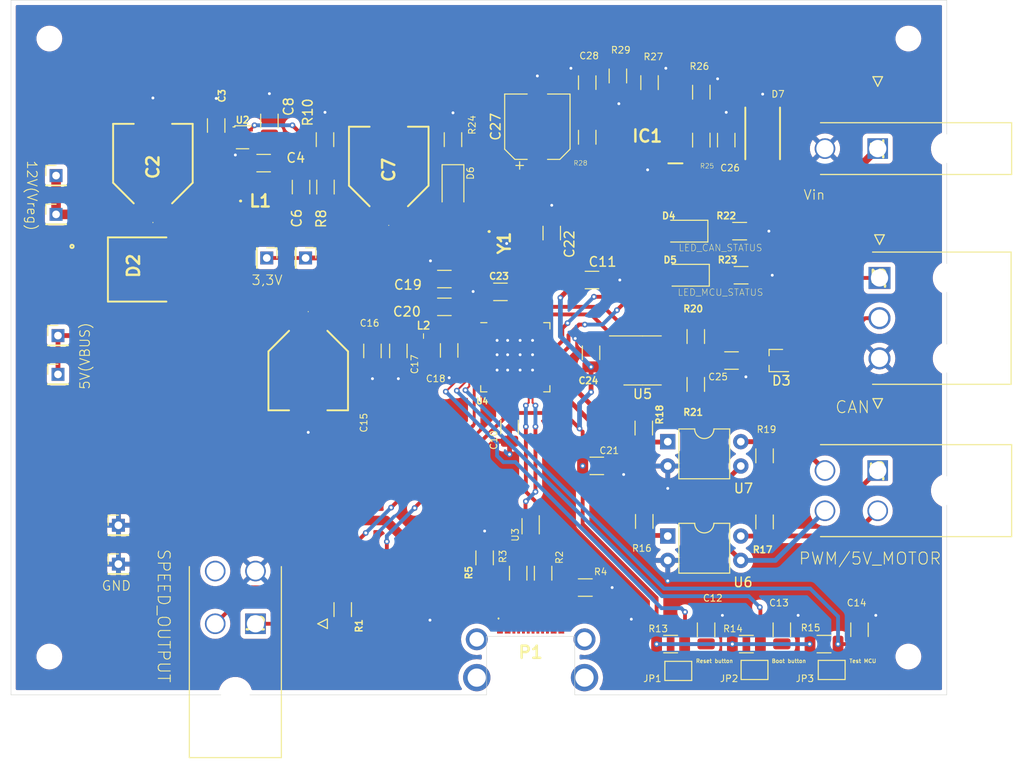
<source format=kicad_pcb>
(kicad_pcb (version 20221018) (generator pcbnew)
  (layers (0 "F.Cu" signal) (31 "B.Cu" signal) (34 "B.Paste" user) (35 "F.Paste" user) (36 "B.SilkS" user "B.Silkscreen") (37 "F.SilkS" user "F.Silkscreen") (38 "B.Mask" user) (39 "F.Mask" user) (44 "Edge.Cuts" user))
  (net 0 "")
  (net 1 "/Power /Vin")
  (net 2 "GND")
  (net 3 "Net-(U2-VIN)")
  (net 4 "Net-(U2-BST)")
  (net 5 "Net-(U2-SW)")
  (net 6 "+3.3V")
  (net 7 "Net-(U2-FB)")
  (net 8 "Net-(U2-SS)")
  (net 9 "/MCU/RESET")
  (net 10 "/MCU/BOOT")
  (net 11 "/MCU/MCU_TEST")
  (net 12 "VDD3P3")
  (net 13 "/MCU/XTAL_N")
  (net 14 "/MCU/XTAL_P")
  (net 15 "Net-(C25-Pad1)")
  (net 16 "/VBUS")
  (net 17 "Net-(D4-K)")
  (net 18 "/IO/LED_CAN_STATUS")
  (net 19 "Net-(D5-K)")
  (net 20 "/IO/LED_MCU_STATUS")
  (net 21 "Net-(D6-K)")
  (net 22 "Net-(J2-Pin_1)")
  (net 23 "Net-(P1-D-)")
  (net 24 "/MCU/USB_D-")
  (net 25 "Net-(P1-D+)")
  (net 26 "/MCU/USB_D+")
  (net 27 "Net-(P1-VCONN)")
  (net 28 "Net-(P1-CC)")
  (net 29 "/IO/PWM_MCU")
  (net 30 "Net-(R16-Pad2)")
  (net 31 "/IO/5V_MOTOR")
  (net 32 "/PWM_MOTOR")
  (net 33 "/IO/MOTOR_ON_OFF_MCU")
  (net 34 "Net-(R18-Pad2)")
  (net 35 "/MOTOR_ON_OFF")
  (net 41 "/MCU/SPEED_OUTPUT")
  (net 69 "/IO/CAN_RX")
  (net 70 "/IO/CAN_TX")
  (net 79 "/IO/GND_MOTOR")
  (net 80 "/IO/CANL")
  (net 81 "/IO/CANH")
  (net 82 "Net-(IC1-DVDT)")
  (net 83 "Net-(IC1-OVP)")
  (net 85 "Net-(IC1-IMON)")
  (net 86 "Net-(IC1-ILIM)")
  (net 87 "Net-(IC1-~{FLT})")
  (net 88 "/Vreg")
  (footprint "LED_SMD:LED_1206_3216Metric" (layer "F.Cu") (at 94.5 71.15 -90)
    (fp_text reference "D6")
    (fp_text value "LED")
  )
  (footprint "LED_SMD:LED_1206_3216Metric" (layer "F.Cu") (at 118.8 75.8 180)
    (fp_text reference "D4")
    (fp_text value "LED")
  )
  (footprint "Connector_Molex:39-30-102Y" (layer "F.Cu") (at 138.8 67.18425 90)
    (fp_text reference "J1")
    (fp_text value "Conn_01x02" hide)
  )
  (footprint "Capacitor_SMD:C_1206_3216Metric" (layer "F.Cu") (at 109.5 100.3)
    (fp_text reference "C21")
    (fp_text value "100n")
  )
  (footprint "Resistor_SMD:R_1206_3216Metric" (layer "F.Cu") (at 81.15 66.25 90)
    (fp_text reference "R10")
    (fp_text value "10k")
  )
  (footprint "Resistor_SMD:R_1206_3216Metric" (layer "F.Cu") (at 81.2 71.2 90)
    (fp_text reference "R8")
    (fp_text value "32k")
  )
  (footprint "Package_TO_SOT_SMD:SOT-323_SC-70" (layer "F.Cu") (at 128.2 89.305 180)
    (fp_text reference "D3")
    (fp_text value "SP0502BAJT")
  )
  (footprint "Package_TO_SOT_SMD:SOT-583-8" (layer "F.Cu") (at 72.55 66)
    (fp_text reference "U2")
    (fp_text value "TPS62933")
  )
  (footprint "Jumper:SolderJumper-2_P1.3mm_Open_Pad1.0x1.5mm" (layer "F.Cu") (at 125.95 121.6 180)
    (fp_text reference "JP2")
    (fp_text value "SolderJumper_2_Open")
  )
  (footprint "Capacitor_SMD:C_1206_3216Metric" (layer "F.Cu") (at 75.35 64.3 90)
    (fp_text reference "C8")
    (fp_text value "33n")
  )
  (footprint "Capacitor_SMD:C_1206_3216Metric" (layer "F.Cu") (at 108.9 88.495 90)
    (fp_text reference "C24")
    (fp_text value "100n")
  )
  (footprint "Capacitor_SMD:C_1206_3216Metric" (layer "F.Cu") (at 94.1 88.25 -90)
    (fp_text reference "C18")
    (fp_text value "100n")
  )
  (footprint "Resistor_SMD:R_1206_3216Metric" (layer "F.Cu") (at 94.5 66.25 90)
    (fp_text reference "R24")
    (fp_text value "1k")
  )
  (footprint "MountingHole:MountingHole_2.2mm_M2" (layer "F.Cu") (at 142 120.2)
    (fp_text reference "H4" hide)
    (fp_text value "MountingHole")
  )
  (footprint "Package_SO:SOIC-8_3.9x4.9mm_P1.27mm" (layer "F.Cu") (at 114.275 89.295)
    (fp_text reference "U5")
    (fp_text value "SN65HVD232")
  )
  (footprint "Capacitor_SMD:C_1206_3216Metric" (layer "F.Cu") (at 74.75 68.7 180)
    (fp_text reference "C4")
    (fp_text value "100n")
  )
  (footprint "Crystal:KC3225K400000C1GE00" (layer "F.Cu") (at 100.125 77.0375 -90)
    (fp_text reference "Y1")
    (fp_text value "Crystal_GND24" hide)
  )
  (footprint "Connector_USB:2169900002" (layer "F.Cu") (at 102.6 120.1)
    (fp_text reference "P1")
    (fp_text value "USB_C_Plug_USB2.0" hide)
  )
  (footprint "Diode_SMD:SOP65P640X120-17N" (layer "F.Cu") (at 114.762 65.875 180)
    (fp_text reference "IC1")
    (fp_text value "LM76202QPWPRQ1" hide)
  )
  (footprint "Capacitor_SMD:C_1206_3216Metric" (layer "F.Cu") (at 99.45 82.1375 180)
    (fp_text reference "C23")
    (fp_text value "12p")
  )
  (footprint "Resistor_SMD:R_1206_3216Metric" (layer "F.Cu") (at 124.55 80.4)
    (fp_text reference "R23")
    (fp_text value "1k")
  )
  (footprint "Resistor_SMD:R_1206_3216Metric" (layer "F.Cu") (at 108.3 113)
    (fp_text reference "R4")
    (fp_text value "5k1")
  )
  (footprint "Resistor_SMD:R_1206_3216Metric" (layer "F.Cu") (at 97.8 109.9 90)
    (fp_text reference "R5")
    (fp_text value "5k1")
  )
  (footprint "Connector_Molex:39-30-104Y" (layer "F.Cu") (at 138.8 100.78425 90)
    (fp_text reference "J6")
    (fp_text value "Conn_01x04" hide)
  )
  (footprint "Resistor_SMD:R_1206_3216Metric" (layer "F.Cu") (at 117.2 118.9 180)
    (fp_text reference "R13")
    (fp_text value "10k")
  )
  (footprint "Package_DIP:DIP-4_W7.62mm" (layer "F.Cu") (at 116.9 107.625)
    (fp_text reference "U6")
    (fp_text value "PC817")
  )
  (footprint "Capacitor_SMD:C_1206_3216Metric" (layer "F.Cu") (at 88.8 88.3 -90)
    (fp_text reference "C17")
    (fp_text value "100n")
  )
  (footprint "Resistor_SMD:R_1206_3216Metric" (layer "F.Cu") (at 127 106.15 -90)
    (fp_text reference "R17")
    (fp_text value "270")
  )
  (footprint "Resistor_SMD:R_1206_3216Metric" (layer "F.Cu") (at 101.3 111.5 90)
    (fp_text reference "R3")
    (fp_text value "0")
  )
  (footprint "Jumper:SolderJumper-2_P1.3mm_Open_Pad1.0x1.5mm" (layer "F.Cu") (at 118 121.7 180)
    (fp_text reference "JP1")
    (fp_text value "SolderJumper_2_Open")
  )
  (footprint "Resistor_SMD:R_1206_3216Metric" (layer "F.Cu") (at 83 115.3 90)
    (fp_text reference "R1")
    (fp_text value "100")
  )
  (footprint "Capacitor_Tantalum_SMD:EEHZT1E331UP" (layer "F.Cu") (at 79.4 90.35 -90)
    (fp_text reference "C15")
    (fp_text value "10u" hide)
  )
  (footprint "Capacitor_SMD:C_1206_3216Metric" (layer "F.Cu") (at 78.65 71.2 90)
    (fp_text reference "C6")
    (fp_text value "47p")
  )
  (footprint "Connector_PinHeader_2.00mm:PinHeader_1x01_P2.00mm_Vertical" (layer "F.Cu") (at 75.075 78.6 -90)
    (fp_text reference "TP6" hide)
    (fp_text value "+3,3V")
  )
  (footprint "Connector_PinHeader_2.00mm:PinHeader_1x01_P2.00mm_Vertical" (layer "F.Cu") (at 53.3 86.7)
    (fp_text reference "TP3" hide)
    (fp_text value "+5V")
  )
  (footprint "Capacitor_SMD:C_1206_3216Metric" (layer "F.Cu") (at 86.1 88.3 -90)
    (fp_text reference "C16")
    (fp_text value "1u")
  )
  (footprint "Capacitor_SMD:C_1206_3216Metric" (layer "F.Cu") (at 123.55 89.305)
    (fp_text reference "C25")
    (fp_text value "4n7")
  )
  (footprint "MountingHole:MountingHole_2.2mm_M2" (layer "F.Cu") (at 52.4 120.2)
    (fp_text reference "H3" hide)
    (fp_text value "MountingHole")
  )
  (footprint "Connector_PinHeader_2.00mm:PinHeader_1x01_P2.00mm_Vertical" (layer "F.Cu") (at 53.1 70)
    (fp_text reference "TP1" hide)
    (fp_text value "+12V")
  )
  (footprint "Connector_PinHeader_2.00mm:PinHeader_1x01_P2.00mm_Vertical" (layer "F.Cu") (at 53.3 90.75)
    (fp_text reference "TP4" hide)
    (fp_text value "+5V")
  )
  (footprint "Resistor_SMD:R_1206_3216Metric" (layer "F.Cu") (at 133.2 118.9 180)
    (fp_text reference "R15")
    (fp_text value "10k")
  )
  (footprint "Resistor_SMD:R_1206_3216Metric" (layer "F.Cu") (at 115 60.3 90)
    (fp_text reference "R27")
    (fp_text value "100k")
  )
  (footprint "Package_TO_SOT_SMD:SOT-666" (layer "F.Cu") (at 102.6 106.6 -90)
    (fp_text reference "U3")
    (fp_text value "USBLC6-2P6")
  )
  (footprint "Connector_PinHeader_2.00mm:PinHeader_1x01_P2.00mm_Vertical" (layer "F.Cu") (at 53.1 74.05)
    (fp_text reference "TP2" hide)
    (fp_text value "+12V")
  )
  (footprint "Capacitor_SMD:C_1206_3216Metric" (layer "F.Cu") (at 109 80.9)
    (fp_text reference "C11")
    (fp_text value "100n")
  )
  (footprint "Capacitor_Tantalum_SMD:EEHZT1E331UP" (layer "F.Cu") (at 87.8 69.05 90)
    (fp_text reference "C7")
    (fp_text value "100u" hide)
  )
  (footprint "Package_DIP:DIP-4_W7.62mm" (layer "F.Cu") (at 116.9 97.775)
    (fp_text reference "U7")
    (fp_text value "PC817")
  )
  (footprint "Capacitor_Tantalum_SMD:EEHZT1E331UP" (layer "F.Cu") (at 63.2 68.75 90)
    (fp_text reference "C2")
    (fp_text value "10u" hide)
  )
  (footprint "Diode_SMD:DIONM5436X244N" (layer "F.Cu") (at 126.8 65.6 -90)
    (fp_text reference "D7")
    (fp_text value "TPSMC30CA" hide)
  )
  (footprint "Capacitor_SMD:C_1206_3216Metric" (layer "F.Cu") (at 104.8 76 90)
    (fp_text reference "C22")
    (fp_text value "12p")
  )
  (footprint "LED_SMD:LED_1206_3216Metric" (layer "F.Cu") (at 118.95 80.4 180)
    (fp_text reference "D5")
    (fp_text value "LED")
  )
  (footprint "Resistor_SMD:R_1206_3216Metric" (layer "F.Cu") (at 119.825 91.8 -90)
    (fp_text reference "R21")
    (fp_text value "60")
  )
  (footprint "Capacitor_SMD:CP_Elec_6.3x7.7" (layer "F.Cu") (at 103.3 64.9 90)
    (fp_text reference "C27")
    (fp_text value "47u")
  )
  (footprint "Resistor_SMD:R_1206_3216Metric" (layer "F.Cu") (at 119.825 86.8 90)
    (fp_text reference "R20")
    (fp_text value "60")
  )
  (footprint "Capacitor_SMD:C_1206_3216Metric" (layer "F.Cu") (at 100.4 96.25 -90)
    (fp_text reference "C10")
    (fp_text value "100n")
  )
  (footprint "MountingHole:MountingHole_2.2mm_M2" (layer "F.Cu") (at 52.4 55.7)
    (fp_text reference "H2" hide)
    (fp_text value "MountingHole")
  )
  (footprint "Capacitor_SMD:C_1206_3216Metric" (layer "F.Cu") (at 93.6 80.8 180)
    (fp_text reference "C19")
    (fp_text value "1u")
  )
  (footprint "Connector_PinHeader_2.00mm:PinHeader_1x01_P2.00mm_Vertical" (layer "F.Cu") (at 59.6 110.55)
    (fp_text reference "TP8" hide)
    (fp_text value "GND")
  )
  (footprint "Resistor_SMD:R_1206_3216Metric" (layer "F.Cu") (at 111.7 59.6 90)
    (fp_text reference "R29")
    (fp_text value "56k")
  )
  (footprint "Resistor_SMD:R_1206_3216Metric" (layer "F.Cu") (at 124.4 75.8)
    (fp_text reference "R22")
    (fp_text value "1k")
  )
  (footprint "Resistor_SMD:R_1206_3216Metric" (layer "F.Cu") (at 120.4 61.3 90)
    (fp_text reference "R26")
    (fp_text value "12k")
  )
  (footprint "Connector_PinHeader_2.00mm:PinHeader_1x01_P2.00mm_Vertical" (layer "F.Cu") (at 59.6 106.5)
    (fp_text reference "TP7" hide)
    (fp_text value "GND")
  )
  (footprint "Capacitor_SMD:C_1206_3216Metric" (layer "F.Cu") (at 128.8 117.4 90)
    (fp_text reference "C13")
    (fp_text value "1u")
  )
  (footprint "Capacitor_SMD:C_1206_3216Metric" (layer "F.Cu") (at 136.9 117.4 90)
    (fp_text reference "C14")
    (fp_text value "1u")
  )
  (footprint "Capacitor_SMD:C_1206_3216Metric" (layer "F.Cu") (at 69.8 64.775 90)
    (fp_text reference "C3")
    (fp_text value "100n")
  )
  (footprint "Inductor_SMD:LQG15WH0N7B02D" (layer "F.Cu") (at 91.425 86.75)
    (fp_text reference "L2")
    (fp_text value "2n" hide)
  )
  (footprint "Resistor_SMD:R_1206_3216Metric" (layer "F.Cu") (at 125.1 118.9 180)
    (fp_text reference "R14")
    (fp_text value "10k")
  )
  (footprint "Package_DFN_QFN:QFN-56-1EP_7x7mm_P0.4mm_EP5.6x5.6mm" (layer "F.Cu") (at 101 88.9625)
    (fp_text reference "U4")
    (fp_text value "ESP32-S3FN8")
  )
  (footprint "Connector_Molex:39303035" (layer "F.Cu") (at 138.9871 80.68425 90)
    (fp_text reference "J3")
    (fp_text value "Conn_01x03_Pin" hide)
  )
  (footprint "Connector_Molex:39-30-104Y" (layer "F.Cu") (at 73.9 116.7781)
    (fp_text reference "J2")
    (fp_text value "Conn_01x03" hide)
  )
  (footprint "MountingHole:MountingHole_2.2mm_M2" (layer "F.Cu") (at 142 55.7)
    (fp_text reference "H1" hide)
    (fp_text value "MountingHole")
  )
  (footprint "Resistor_SMD:R_1206_3216Metric" (layer "F.Cu") (at 127 99.25 90)
    (fp_text reference "R19")
    (fp_text value "270")
  )
  (footprint "Resistor_SMD:R_1206_3216Metric" (layer "F.Cu") (at 114.4 96.35 -90)
    (fp_text reference "R18")
    (fp_text value "100")
  )
  (footprint "Resistor_SMD:R_1206_3216Metric" (layer "F.Cu") (at 114.45 106.1 -90)
    (fp_text reference "R16")
    (fp_text value "100")
  )
  (footprint "Resistor_SMD:R_1206_3216Metric" (layer "F.Cu") (at 120.4 66.3 90)
    (fp_text reference "R25")
    (fp_text value "180k")
  )
  (footprint "Capacitor_SMD:C_1206_3216Metric" (layer "F.Cu") (at 108.5 60.3 90)
    (fp_text reference "C28")
    (fp_text value "2n7")
  )
  (footprint "Resistor_SMD:R_1206_3216Metric" (layer "F.Cu") (at 103.9 111.5 90)
    (fp_text reference "R2")
    (fp_text value "0")
  )
  (footprint "Connector_PinHeader_2.00mm:PinHeader_1x01_P2.00mm_Vertical" (layer "F.Cu") (at 79.125 78.6 -90)
    (fp_text reference "TP5" hide)
    (fp_text value "+3,3V")
  )
  (footprint "Jumper:SolderJumper-2_P1.3mm_Open_Pad1.0x1.5mm" (layer "F.Cu") (at 134 121.6 180)
    (fp_text reference "JP3")
    (fp_text value "SolderJumper_2_Open")
  )
  (footprint "Resistor_SMD:R_1206_3216Metric" (layer "F.Cu") (at 108.5 66 90)
    (fp_text reference "R28")
    (fp_text value "100k")
  )
  (footprint "Capacitor_SMD:C_1206_3216Metric" (layer "F.Cu") (at 93.6 83.7 180)
    (fp_text reference "C20")
    (fp_text value "10n")
  )
  (footprint "Diode_SMD:TO252__DPAK__1" (layer "F.Cu") (at 56.607 79.8 -90)
    (fp_text reference "D2")
    (fp_text value "BAS40-05" hide)
  )
  (footprint "Capacitor_SMD:C_1206_3216Metric" (layer "F.Cu") (at 123 66.3 90)
    (fp_text reference "C26")
    (fp_text value "1u")
  )
  (footprint "Capacitor_SMD:C_1206_3216Metric" (layer "F.Cu") (at 120.9 117.4 90)
    (fp_text reference "C12")
    (fp_text value "1u")
  )
  (footprint "Inductor_SMD:SRN3015TA4R7M" (layer "F.Cu") (at 74.4 72.65)
    (fp_text reference "L1")
    (fp_text value "4u7" hide)
  )
  (gr_line (start 74.3 124.2) (end 98 124.2) (stroke (width 0.05)) (layer "Edge.Cuts"))
  (gr_line (start 111.8 124.2) (end 107.2 124.2) (stroke (width 0.05)) (layer "Edge.Cuts"))
  (gr_line (start 141 51.7) (end 146 51.7) (stroke (width 0.05)) (layer "Edge.Cuts"))
  (gr_line (start 54 51.7) (end 48.4 51.7) (stroke (width 0.05)) (layer "Edge.Cuts"))
  (gr_line (start 140 124.2) (end 111.8 124.2) (stroke (width 0.05)) (layer "Edge.Cuts"))
  (gr_line (start 146 124.2) (end 146 124.1) (stroke (width 0.05)) (layer "Edge.Cuts"))
  (gr_line (start 146 51.7) (end 146 124.1) (stroke (width 0.05)) (layer "Edge.Cuts"))
  (gr_line (start 107.2 118.1) (end 107.2 124.2) (stroke (width 0.05)) (layer "Edge.Cuts"))
  (gr_line (start 74.3 124.2) (end 48.4 124.2) (stroke (width 0.05)) (layer "Edge.Cuts"))
  (gr_line (start 98 124.2) (end 98 118.1) (stroke (width 0.05)) (layer "Edge.Cuts"))
  (gr_line (start 141 51.7) (end 54 51.7) (stroke (width 0.05)) (layer "Edge.Cuts"))
  (gr_line (start 48.4 124.1) (end 48.4 51.7) (stroke (width 0.05)) (layer "Edge.Cuts"))
  (gr_line (start 140 124.2) (end 146 124.2) (stroke (width 0.05)) (layer "Edge.Cuts"))
  (gr_line (start 48.4 124.2) (end 48.4 124.1) (stroke (width 0.05)) (layer "Edge.Cuts"))
  (gr_line (start 98 118.1) (end 107.2 118.1) (stroke (width 0.05)) (layer "Edge.Cuts"))
  (gr_text "Boot button" (at 127.7 120.9) (layer "F.SilkS") (effects (font (size 0.4 0.4) (thickness 0.08) bold) (justify left bottom)))
  (gr_text "PWM/5V_MOTOR" (at 130.5 110.7) (layer "F.SilkS") (effects (font (size 1.25 1.25) (thickness 0.1)) (justify left bottom)))
  (gr_text "Test MCU" (at 135.8 120.9) (layer "F.SilkS") (effects (font (size 0.4 0.4) (thickness 0.08) bold) (justify left bottom)))
  (gr_text "SPEED_OUTPUT" (at 63.6 108.9 270) (layer "F.SilkS") (effects (font (size 1.25 1.25) (thickness 0.1)) (justify left bottom)))
  (gr_text "LED_MCU_STATUS" (at 117.9 82.6) (layer "F.SilkS") (effects (font (size 0.7 0.7) (thickness 0.05)) (justify left bottom)))
  (gr_text "Reset button" (at 119.8 120.9) (layer "F.SilkS") (effects (font (size 0.4 0.4) (thickness 0.08) bold) (justify left bottom)))
  (gr_text "Vin" (at 131 72.6) (layer "F.SilkS") (effects (font (size 1 1) (thickness 0.1)) (justify left bottom)))
  (gr_text "3,3V" (at 73.425 81.5) (layer "F.SilkS") (effects (font (size 1 1) (thickness 0.1)) (justify left bottom)))
  (gr_text "GND" (at 57.8 113.4) (layer "F.SilkS") (effects (font (size 1 1) (thickness 0.1)) (justify left bottom)))
  (gr_text "12V(Vreg)" (at 50 68.35 -90) (layer "F.SilkS") (effects (font (size 1 1) (thickness 0.1)) (justify left bottom)))
  (gr_text "5V(VBUS)" (at 56.7 92.4 90) (layer "F.SilkS") (effects (font (size 1 1) (thickness 0.1)) (justify left bottom)))
  (gr_text "CAN" (at 134.3 94.9) (layer "F.SilkS") (effects (font (size 1.25 1.25) (thickness 0.1)) (justify left bottom)))
  (gr_text "LED_CAN_STATUS" (at 118 77.95) (layer "F.SilkS") (effects (font (size 0.7 0.7) (thickness 0.05)) (justify left bottom)))
  (segment (start 119.4875 66.85) (end 120.4 67.7625) (width 0.4) (layer "F.Cu") (net 1))
  (segment (start 126.775 67.775) (end 126.8 67.8) (width 1) (layer "F.Cu") (net 1))
  (segment (start 120.4 67.7625) (end 122.9875 67.7625) (width 1) (layer "F.Cu") (net 1))
  (segment (start 120.0125 68.15) (end 120.4 67.7625) (width 0.4) (layer "F.Cu") (net 1))
  (segment (start 117.7 68.15) (end 120.0125 68.15) (width 0.4) (layer "F.Cu") (net 1))
  (segment (start 128.5 69.5) (end 126.8 67.8) (width 0.8) (layer "F.Cu") (net 1))
  (segment (start 120.1375 67.5) (end 120.4 67.7625) (width 0.4) (layer "F.Cu") (net 1))
  (segment (start 117.7 67.5) (end 120.1375 67.5) (width 0.4) (layer "F.Cu") (net 1))
  (segment (start 117.7 66.85) (end 119.4875 66.85) (width 0.4) (layer "F.Cu") (net 1))
  (segment (start 122.9875 67.7625) (end 123 67.775) (width 1) (layer "F.Cu") (net 1))
  (segment (start 136.48425 69.5) (end 128.5 69.5) (width 0.8) (layer "F.Cu") (net 1))
  (segment (start 123 67.775) (end 126.775 67.775) (width 1) (layer "F.Cu") (net 1))
  (segment (start 138.8 67.18425) (end 136.48425 69.5) (width 0.8) (layer "F.Cu") (net 1))
  (segment (start 69.8 63.3) (end 69.8 61.95) (width 0.4) (layer "F.Cu") (net 2))
  (segment (start 126.0125 80.4) (end 127.8 80.4) (width 0.4) (layer "F.Cu") (net 2))
  (segment (start 128.8 115.925) (end 130.475 115.925) (width 0.4) (layer "F.Cu") (net 2))
  (segment (start 110.975 100.3) (end 111.4 100.3) (width 0.3) (layer "F.Cu") (net 2))
  (segment (start 99.25 78.1375) (end 99.25 78.4375) (width 0.2) (layer "F.Cu") (net 2))
  (segment (start 100.4 97.725) (end 100.4 99.1) (width 0.2) (layer "F.Cu") (net 2))
  (segment (start 97.975 82.1375) (end 96.6375 82.1375) (width 0.15) (layer "F.Cu") (net 2))
  (segment (start 101.1625 88.9625) (end 101.2 89) (width 0.15) (layer "F.Cu") (net 2))
  (segment (start 115.737 64.9) (end 114.762 65.875) (width 0.4) (layer "F.Cu") (net 2))
  (segment (start 108.5 58.825) (end 106.825 58.825) (width 0.3) (layer "F.Cu") (net 2))
  (segment (start 101 88.9625) (end 101.1625 88.9625) (width 0.15) (layer "F.Cu") (net 2))
  (segment (start 120.4 59.8375) (end 122.0375 59.8375) (width 0.3) (layer "F.Cu") (net 2))
  (segment (start 114.762 69.362) (end 114.8 69.4) (width 1) (layer "F.Cu") (net 2))
  (segment (start 117.7 64.9) (end 115.737 64.9) (width 0.4) (layer "F.Cu") (net 2))
  (segment (start 120.9 115.925) (end 122.575 115.925) (width 0.4) (layer "F.Cu") (net 2))
  (segment (start 136.9 115.925) (end 138.575 115.925) (width 0.4) (layer "F.Cu") (net 2))
  (segment (start 94.5 64.7875) (end 94.5 63.45) (width 0.4) (layer "F.Cu") (net 2))
  (segment (start 96.6375 82.1375) (end 96.6 82.1) (width 0.15) (layer "F.Cu") (net 2))
  (segment (start 108.9 87.02) (end 107.27 87.02) (width 0.4) (layer "F.Cu") (net 2))
  (segment (start 92.125 80.8) (end 92.125 78.925) (width 0.4) (layer "F.Cu") (net 2))
  (segment (start 111.4 100.3) (end 112.3 101.2) (width 0.3) (layer "F.Cu") (net 2))
  (segment (start 97.975 79.7125) (end 97.975 82.1375) (width 0.3) (layer "F.Cu") (net 2))
  (segment (start 92.125 78.925) (end 92.15 78.9) (width 0.2) (layer "F.Cu") (net 2))
  (segment (start 99.25 117.25) (end 99.05 117.05) (width 0.3) (layer "F.Cu") (net 2))
  (segment (start 111.824 66.2) (end 114.437 66.2) (width 0.4) (layer "F.Cu") (net 2))
  (segment (start 106.825 58.825) (end 106.8 58.8) (width 0.3) (layer "F.Cu") (net 2))
  (segment (start 99.55 117.25) (end 99.25 117.25) (width 0.3) (layer "F.Cu") (net 2))
  (segment (start 86.1 89.775) (end 86.1 91.2) (width 0.4) (layer "F.Cu") (net 2))
  (segment (start 107.27 87.02) (end 107.25 87) (width 0.2) (layer "F.Cu") (net 2))
  (segment (start 106.85 116.3) (end 105.95 117.2) (width 0.8) (layer "F.Cu") (net 2))
  (segment (start 116.6625 58.8375) (end 116.7 58.8) (width 0.3) (layer "F.Cu") (net 2))
  (segment (start 123 64.825) (end 123 63.4) (width 0.3) (layer "F.Cu") (net 2))
  (segment (start 99.25 78.1375) (end 99.25 77.9375) (width 0.2) (layer "F.Cu") (net 2))
  (segment (start 94.1 89.725) (end 94.1 91.1) (width 0.4) (layer "F.Cu") (net 2))
  (segment (start 81.15 64.7875) (end 81.15 63.4) (width 0.3) (layer "F.Cu") (net 2))
  (segment (start 101 76.1875) (end 100.1 77.0875) (width 0.4) (layer "F.Cu") (net 2))
  (segment (start 99.25 77.9375) (end 100.1 77.0875) (width 0.4) (layer "F.Cu") (net 2))
  (segment (start 109.7625 113) (end 111.1 113) (width 0.2) (layer "F.Cu") (net 2))
  (segment (start 104.8 74.525) (end 104.8 73.1) (width 0.2) (layer "F.Cu") (net 2))
  (segment (start 116.9 100.315) (end 116.9 102.65) (width 0.4) (layer "F.Cu") (net 2))
  (segment (start 115.087 66.2) (end 114.762 65.875) (width 0.4) (layer "F.Cu") (net 2))
  (segment (start 92.1 116.35) (end 92.1 116.4) (width 0.8) (layer "F.Cu") (net 2))
  (segment (start 117.7 66.2) (end 115.087 66.2) (width 0.4) (layer "F.Cu") (net 2))
  (segment (start 116.821814 63.6) (end 114.762 65.659814) (width 0.4) (layer "F.Cu") (net 2))
  (segment (start 63.2 65.2) (end 63.2 61.9) (width 0.8) (layer "F.Cu") (net 2))
  (segment (start 71.81 66.75) (end 71.81 67.84) (width 0.3) (layer "F.Cu") (net 2))
  (segment (start 108.9 87.02) (end 110.54 88.66) (width 0.4) (layer "F.Cu") (net 2))
  (segment (start 71.81 67.84) (end 71.8 67.85) (width 0.3) (layer "F.Cu") (net 2))
  (segment (start 122.0375 59.8375) (end 122.1 59.9) (width 0.3) (layer "F.Cu") (net 2))
  (segment (start 103.3 62.2) (end 103.3 59.6) (width 0.3) (layer "F.Cu") (net 2))
  (segment (start 99.25 78.4375) (end 97.975 79.7125) (width 0.3) (layer "F.Cu") (net 2))
  (segment (start 101 75.9375) (end 101 76.1875) (width 0.2) (layer "F.Cu") (net 2))
  (segment (start 79.4 93.9) (end 79.4 96.8) (width 0.4) (layer "F.Cu") (net 2))
  (segment (start 138.575 115.925) (end 138.6 115.9) (width 0.4) (layer "F.Cu") (net 2))
  (segment (start 114.762 65.875) (end 114.762 69.362) (width 1) (layer "F.Cu") (net 2))
  (segment (start 59.6 106.5) (end 59.6 110.55) (width 0.4) (layer "F.Cu") (net 2))
  (segment (start 88.8 89.775) (end 88.8 91.2) (width 0.4) (layer "F.Cu") (net 2))
  (segment (start 114.437 66.2) (end 114.762 65.875) (width 0.4) (layer "F.Cu") (net 2))
  (segment (start 114.762 65.659814) (end 114.762 65.875) (width 0.4) (layer "F.Cu") (net 2))
  (segment (start 98.35 116.35) (end 92.1 116.35) (width 0.8) (layer "F.Cu") (net 2))
  (segment (start 75.35 62.825) (end 75.35 61.45) (width 0.3) (layer "F.Cu") (net 2))
  (segment (start 111.824 62.524) (end 111.8 62.5) (width 0.3) (layer "F.Cu") (net 2))
  (segment (start 113.1 116.3) (end 106.85 116.3) (width 0.8) (layer "F.Cu") (net 2))
  (segment (start 125.025 90.98) (end 125.05 91.005) (width 0.2) (layer "F.Cu") (net 2))
  (segment (start 127.2 89.305) (end 125.025 89.305) (width 0.4) (layer "F.Cu") (net 2))
  (segment (start 86.1 89.775) (end 88.8 89.775) (width 0.4) (layer "F.Cu") (net 2))
  (segment (start 110.475 80.9) (end 111.9 80.9) (width 0.3) (layer "F.Cu") (net 2))
  (segment (start 122.575 115.925) (end 122.6 115.9) (width 0.4) (layer "F.Cu") (net 2))
  (segment (start 130.475 115.925) (end 130.5 115.9) (width 0.4) (layer "F.Cu") (net 2))
  (segment (start 126.8 63.4) (end 126.8 61.5) (width 0.3) (layer "F.Cu") (net 2))
  (segment (start 125.025 89.305) (end 125.025 90.98) (width 0.4) (layer "F.Cu") (net 2))
  (segment (start 99.05 117.05) (end 98.35 116.35) (width 0.8) (layer "F.Cu") (net 2))
  (segment (start 92.125 80.8) (end 92.125 83.7) (width 0.4) (layer "F.Cu") (net 2))
  (segment (start 110.54 88.66) (end 111.8 88.66) (width 0.4) (layer "F.Cu") (net 2))
  (segment (start 115 58.8375) (end 116.6625 58.8375) (width 0.3) (layer "F.Cu") (net 2))
  (segment (start 125.8625 75.8) (end 127.45 75.8) (width 0.4) (layer "F.Cu") (net 2))
  (segment (start 116.9 110.165) (end 116.9 112.3) (width 0.4) (layer "F.Cu") (net 2))
  (segment (start 97.8 108.4375) (end 97.8 107.1) (width 0.2) (layer "F.Cu") (net 2))
  (segment (start 111.824 63.6) (end 111.824 62.524) (width 0.3) (layer "F.Cu") (net 2))
  (segment (start 117.7 63.6) (end 116.821814 63.6) (width 0.4) (layer "F.Cu") (net 2))
  (via (at 106.8 58.8) (size 0.6) (drill 0.3) (layers "F.Cu" "B.Cu") (net 2))
  (via (at 111.8 62.5) (size 0.6) (drill 0.3) (layers "F.Cu" "B.Cu") (net 2))
  (via (at 99.1 88.7) (size 0.6) (drill 0.3) (layers "F.Cu" "B.Cu") (net 2))
  (via (at 107.25 87) (size 0.6) (drill 0.3) (layers "F.Cu" "B.Cu") (net 2))
  (via (at 88.8 91.2) (size 0.6) (drill 0.3) (layers "F.Cu" "B.Cu") (net 2))
  (via (at 101.5 87.2) (size 0.6) (drill 0.3) (layers "F.Cu" "B.Cu") (net 2))
  (via (at 126.8 61.5) (size 0.6) (drill 0.3) (layers "F.Cu" "B.Cu") (net 2))
  (via (at 69.8 61.95) (size 0.6) (drill 0.3) (layers "F.Cu" "B.Cu") (net 2))
  (via (at 99.1 87.2) (size 0.6) (drill 0.3) (layers "F.Cu" "B.Cu") (net 2))
  (via (at 127.45 75.8) (size 0.6) (drill 0.3) (layers "F.Cu" "B.Cu") (net 2))
  (via (at 100.1 77.0875) (size 0.6) (drill 0.3) (layers "F.Cu" "B.Cu") (net 2))
  (via (at 111.9 80.9) (size 0.6) (drill 0.3) (layers "F.Cu" "B.Cu") (net 2))
  (via (at 102.8 88.7) (size 0.6) (drill 0.3) (layers "F.Cu" "B.Cu") (net 2))
  (via (at 75.35 61.45) (size 0.6) (drill 0.3) (layers "F.Cu" "B.Cu") (net 2))
  (via (at 92.1 116.4) (size 0.6) (drill 0.3) (layers "F.Cu" "B.Cu") (net 2))
  (via (at 81.15 63.4) (size 0.6) (drill 0.3) (layers "F.Cu" "B.Cu") (net 2))
  (via (at 104.8 73.1) (size 0.6) (drill 0.3) (layers "F.Cu" "B.Cu") (net 2))
  (via (at 112.3 101.2) (size 0.6) (drill 0.3) (layers "F.Cu" "B.Cu") (net 2))
  (via (at 97.8 107.1) (size 0.6) (drill 0.3) (layers "F.Cu" "B.Cu") (net 2))
  (via (at 100.4 99.1) (size 0.6) (drill 0.3) (layers "F.Cu" "B.Cu") (net 2))
  (via (at 96.6 82.1) (size 0.6) (drill 0.3) (layers "F.Cu" "B.Cu") (net 2))
  (via (at 122.1 59.9) (size 0.6) (drill 0.3) (layers "F.Cu" "B.Cu") (net 2))
  (via (at 122.6 115.9) (size 0.6) (drill 0.3) (layers "F.Cu" "B.Cu") (net 2))
  (via (at 86.1 91.2) (size 0.6) (drill 0.3) (layers "F.Cu" "B.Cu") (net 2))
  (via (at 79.4 96.8) (size 0.6) (drill 0.3) (layers "F.Cu" "B.Cu") (net 2))
  (via (at 123 63.4) (size 0.6) (drill 0.3) (layers "F.Cu" "B.Cu") (net 2))
  (via (at 99.1 90.3) (size 0.6) (drill 0.3) (layers "F.Cu" "B.Cu") (net 2))
  (via (at 138.6 115.9) (size 0.6) (drill 0.3) (layers "F.Cu" "B.Cu") (net 2))
  (via (at 116.9 102.65) (size 0.6) (drill 0.3) (layers "F.Cu" "B.Cu") (net 2))
  (via (at 101.5 88.7) (size 0.6) (drill 0.3) (layers "F.Cu" "B.Cu") (net 2))
  (via (at 102.8 87.2) (size 0.6) (drill 0.3) (layers "F.Cu" "B.Cu") (net 2))
  (via (at 127.8 80.4) (size 0.6) (drill 0.3) (layers "F.Cu" "B.Cu") (net 2))
  (via (at 100.2 88.7) (size 0.6) (drill 0.3) (layers "F.Cu" "B.Cu") (net 2))
  (via (at 102.8 90.3) (size 0.6) (drill 0.3) (layers "F.Cu" "B.Cu") (net 2))
  (via (at 100.2 87.2) (size 0.6) (drill 0.3) (layers "F.Cu" "B.Cu") (net 2))
  (via (at 92.15 78.9) (size 0.6) (drill 0.3) (layers "F.Cu" "B.Cu") (net 2))
  (via (at 113.1 116.3) (size 0.6) (drill 0.3) (layers "F.Cu" "B.Cu") (net 2))
  (via (at 116.9 112.3) (size 0.6) (drill 0.3) (layers "F.Cu" "B.Cu") (net 2))
  (via (at 101.5 90.3) (size 0.6) (drill 0.3) (layers "F.Cu" "B.Cu") (net 2))
  (via (at 111.1 113) (size 0.6) (drill 0.3) (layers "F.Cu" "B.Cu") (net 2))
  (via (at 114.8 69.4) (size 0.6) (drill 0.3) (layers "F.Cu" "B.Cu") (net 2))
  (via (at 103.3 59.6) (size 0.6) (drill 0.3) (layers "F.Cu" "B.Cu") (net 2))
  (via (at 100.2 90.3) (size 0.6) (drill 0.3) (layers "F.Cu" "B.Cu") (net 2))
  (via (at 125.05 91.005) (size 0.6) (drill 0.3) (layers "F.Cu" "B.Cu") (net 2))
  (via (at 94.5 63.45) (size 0.6) (drill 0.3) (layers "F.Cu" "B.Cu") (net 2))
  (via (at 130.5 115.9) (size 0.6) (drill 0.3) (layers "F.Cu" "B.Cu") (net 2))
  (via (at 94.1 91.1) (size 0.6) (drill 0.3) (layers "F.Cu" "B.Cu") (net 2))
  (via (at 71.8 67.85) (size 0.6) (drill 0.3) (layers "F.Cu" "B.Cu") (net 2))
  (via (at 116.7 58.8) (size 0.6) (drill 0.3) (layers "F.Cu" "B.Cu") (net 2))
  (via (at 63.2 61.9) (size 0.6) (drill 0.3) (layers "F.Cu" "B.Cu") (net 2))
  (segment (start 69.8 66.25) (end 71.2 66.25) (width 0.5) (layer "F.Cu") (net 3))
  (segment (start 63.2 72.3) (end 63.75 72.3) (width 1) (layer "F.Cu") (net 3))
  (segment (start 63.157 72.343) (end 63.2 72.3) (width 1) (layer "F.Cu") (net 3))
  (segment (start 71.785 66.225) (end 71.81 66.25) (width 0.2) (layer "F.Cu") (net 3))
  (segment (start 63.75 72.3) (end 69.8 66.25) (width 1) (layer "F.Cu") (net 3))
  (segment (start 71.81 66.25) (end 71.2 66.25) (width 0.3) (layer "F.Cu") (net 3))
  (segment (start 63.157 79.8) (end 63.157 72.343) (width 1) (layer "F.Cu") (net 3))
  (segment (start 74.469974 67.05) (end 76.05 67.05) (width 0.4) (layer "F.Cu") (net 4))
  (segment (start 76.05 67.05) (end 76.225 67.225) (width 0.4) (layer "F.Cu") (net 4))
  (segment (start 73.669974 66.25) (end 74.469974 67.05) (width 0.2) (layer "F.Cu") (net 4))
  (segment (start 73.29 66.25) (end 73.669974 66.25) (width 0.2) (layer "F.Cu") (net 4))
  (segment (start 76.225 67.225) (end 76.225 68.7) (width 0.4) (layer "F.Cu") (net 4))
  (segment (start 73.275 68.7) (end 73.275 66.865) (width 0.5) (layer "F.Cu") (net 5))
  (segment (start 73.275 72.575) (end 73.35 72.65) (width 0.2) (layer "F.Cu") (net 5))
  (segment (start 73.275 72.675) (end 73.35 72.75) (width 0.2) (layer "F.Cu") (net 5))
  (segment (start 73.29 68.685) (end 73.275 68.7) (width 0.2) (layer "F.Cu") (net 5))
  (segment (start 73.275 68.7) (end 73.275 72.575) (width 0.8) (layer "F.Cu") (net 5))
  (segment (start 73.275 66.865) (end 73.29 66.85) (width 0.5) (layer "F.Cu") (net 5))
  (segment (start 73.29 68.035) (end 73.275 68.05) (width 0.2) (layer "F.Cu") (net 5))
  (segment (start 108.025 96.725) (end 108.025 100.3) (width 0.4) (layer "F.Cu") (net 6))
  (segment (start 115.7375 114.07255) (end 108.025 106.36005) (width 0.4) (layer "F.Cu") (net 6))
  (segment (start 94.475 72.575) (end 94.5 72.55) (width 0.2) (layer "F.Cu") (net 6))
  (segment (start 100.4 94.775) (end 100.4 93) (width 0.3) (layer "F.Cu") (net 6))
  (segment (start 87.8 72.6) (end 87.8 76.4) (width 1) (layer "F.Cu") (net 6))
  (segment (start 97.6 83.7) (end 95.075 83.7) (width 0.4) (layer "F.Cu") (net 6))
  (segment (start 78.625 72.65) (end 78.65 72.675) (width 0.2) (layer "F.Cu") (net 6))
  (segment (start 107 71.7) (end 98.8 71.7) (width 0.8) (layer "F.Cu") (net 6))
  (segment (start 91 86.75) (end 88.875 86.75) (width 0.4) (layer "F.Cu") (net 6))
  (segment (start 86.075 86.8) (end 86.1 86.825) (width 0.3) (layer "F.Cu") (net 6))
  (segment (start 115.7375 118.9) (end 115.7375 114.07255) (width 0.4) (layer "F.Cu") (net 6))
  (segment (start 100.4 94.775) (end 90.5 104.675) (width 0.4) (layer "F.Cu") (net 6))
  (segment (start 98.8 71.7) (end 93.45 77.05) (width 0.8) (layer "F.Cu") (net 6))
  (segment (start 102.4 84.4) (end 102.392893 84.392893) (width 0.2) (layer "F.Cu") (net 6))
  (segment (start 95.075 78.675) (end 93.45 77.05) (width 0.4) (layer "F.Cu") (net 6))
  (segment (start 88.45 77.05) (end 93.45 77.05) (width 0.8) (layer "F.Cu") (net 6))
  (segment (start 90.5 104.675) (end 90.5 104.7) (width 0.4) (layer "F.Cu") (net 6))
  (segment (start 79.4 86.8) (end 86.075 86.8) (width 0.4) (layer "F.Cu") (net 6))
  (segment (start 98.4 84.5) (end 97.6 83.7) (width 0.4) (layer "F.Cu") (net 6))
  (segment (start 98.8 85.45) (end 98.4 85.05) (width 0.2) (layer "F.Cu") (net 6))
  (segment (start 108.9 92.6) (end 108.9 89.97) (width 0.5) (layer "F.Cu") (net 6))
  (segment (start 108.9 89.97) (end 111.76 89.97) (width 0.4) (layer "F.Cu") (net 6))
  (segment (start 107.7 96.4) (end 108.025 96.725) (width 0.3) (layer "F.Cu") (net 6))
  (segment (start 106.075 94.775) (end 100.4 94.775) (width 0.4) (layer "F.Cu") (net 6))
  (segment (start 131.7375 118.9) (end 131.7 118.9) (width 0.4) (layer "F.Cu") (net 6))
  (segment (start 105.7 80.9) (end 107.525 80.9) (width 0.4) (layer "F.Cu") (net 6))
  (segment (start 81.2625 72.6) (end 81.1875 72.675) (width 0.5) (layer "F.Cu") (net 6))
  (segment (start 98.4 85.05) (end 98.4 84.5) (width 0.4) (layer "F.Cu") (net 6))
  (segment (start 98.4 85.525) (end 98.4 85.05) (width 0.2) (layer "F.Cu") (net 6))
  (segment (start 107.525 72.225) (end 107 71.7) (width 0.8) (layer "F.Cu") (net 6))
  (segment (start 102.4 85.525) (end 102.4 84.4) (width 0.2) (layer "F.Cu") (net 6))
  (segment (start 79.4 86.8) (end 79.4 84.8) (width 0.5) (layer "F.Cu") (net 6))
  (segment (start 88.875 86.75) (end 88.8 86.825) (width 0.3) (layer "F.Cu") (net 6))
  (segment (start 78.65 72.675) (end 81.1875 72.675) (width 0.8) (layer "F.Cu") (net 6))
  (segment (start 78.575 72.7) (end 78.65 72.775) (width 0.2) (layer "F.Cu") (net 6))
  (segment (start 81.1875 72.675) (end 81.2 72.6625) (width 0.2) (layer "F.Cu") (net 6))
  (segment (start 79.125 78.6) (end 81.8 78.6) (width 0.5) (layer "F.Cu") (net 6))
  (segment (start 95.075 80.8) (end 95.075 78.675) (width 0.4) (layer "F.Cu") (net 6))
  (segment (start 107.7 96.4) (end 106.075 94.775) (width 0.4) (layer "F.Cu") (net 6))
  (segment (start 108.315 89.93) (end 108.275 89.97) (width 0.2) (layer "F.Cu") (net 6))
  (segment (start 105.7 82.75) (end 105.7 82.725) (width 0.5) (layer "F.Cu") (net 6))
  (segment (start 87.6 108.2) (end 87.6 109.2375) (width 0.4) (layer "F.Cu") (net 6))
  (segment (start 107.525 80.9) (end 107.525 72.225) (width 0.8) (layer "F.Cu") (net 6))
  (segment (start 75.075 78.6) (end 79.125 78.6) (width 0.4) (layer "F.Cu") (net 6))
  (segment (start 94.5 72.55) (end 87.85 72.55) (width 0.4) (layer "F.Cu") (net 6))
  (segment (start 108.025 106.36005) (end 108.025 100.3) (width 0.4) (layer "F.Cu") (net 6))
  (segment (start 111.76 89.97) (end 111.8 89.93) (width 0.2) (layer "F.Cu") (net 6))
  (segment (start 100.4 92.4) (end 100.4 93) (width 0.2) (layer "F.Cu") (net 6))
  (segment (start 87.8 76.4) (end 88.45 77.05) (width 0.8) (layer "F.Cu") (net 6))
  (segment (start 87.85 72.55) (end 87.8 72.6) (width 0.2) (layer "F.Cu") (net 6))
  (segment (start 102.4 84.385786) (end 102.392893 84.392893) (width 0.4) (layer "F.Cu") (net 6))
  (segment (start 87.8 72.6) (end 81.2625 72.6) (width 0.8) (layer "F.Cu") (net 6))
  (segment (start 98.8 85.525) (end 98.8 85.45) (width 0.2) (layer "F.Cu") (net 6))
  (segment (start 87.6 109.2375) (end 83 113.8375) (width 0.4) (layer "F.Cu") (net 6))
  (segment (start 102.4 84.2) (end 102.4 84.385786) (width 0.4) (layer "F.Cu") (net 6))
  (segment (start 81.8 78.6) (end 87.8 72.6) (width 0.5) (layer "F.Cu") (net 6))
  (segment (start 105.7 82.725) (end 107.525 80.9) (width 0.5) (layer "F.Cu") (net 6))
  (segment (start 88.8 86.825) (end 86.1 86.825) (width 0.4) (layer "F.Cu") (net 6))
  (segment (start 95.075 83.7) (end 95.075 80.8) (width 0.4) (layer "F.Cu") (net 6))
  (segment (start 75.45 72.65) (end 78.625 72.65) (width 0.8) (layer "F.Cu") (net 6))
  (segment (start 79.4 84.8) (end 87.8 76.4) (width 0.5) (layer "F.Cu") (net 6))
  (segment (start 102.4 84.2) (end 105.7 80.9) (width 0.4) (layer "F.Cu") (net 6))
  (via (at 108.9 89.97) (size 0.6) (drill 0.3) (layers "F.Cu" "B.Cu") (net 6))
  (via (at 90.5 104.7) (size 0.6) (drill 0.3) (layers "F.Cu" "B.Cu") (net 6))
  (via (at 123.6375 118.9) (size 0.6) (drill 0.3) (layers "F.Cu" "B.Cu") (net 6))
  (via (at 108.025 100.3) (size 0.6) (drill 0.3) (layers "F.Cu" "B.Cu") (net 6))
  (via (at 87.6 108.2) (size 0.6) (drill 0.3) (layers "F.Cu" "B.Cu") (net 6))
  (via (at 123.6375 118.9) (size 0.6) (drill 0.3) (layers "F.Cu" "B.Cu") (net 6))
  (via (at 107.7 96.4) (size 0.6) (drill 0.3) (layers "F.Cu" "B.Cu") (net 6))
  (via (at 131.7 118.9) (size 0.6) (drill 0.3) (layers "F.Cu" "B.Cu") (net 6))
  (via (at 115.7375 118.9) (size 0.6) (drill 0.3) (layers "F.Cu" "B.Cu") (net 6))
  (via (at 105.7 82.75) (size 0.6) (drill 0.3) (layers "F.Cu" "B.Cu") (net 6))
  (via (at 108.9 92.6) (size 0.6) (drill 0.3) (layers "F.Cu" "B.Cu") (net 6))
  (segment (start 131.7 118.9) (end 123.6375 118.9) (width 0.4) (layer "B.Cu") (net 6))
  (segment (start 87.6 107.6) (end 87.6 108.2) (width 0.4) (layer "B.Cu") (net 6))
  (segment (start 90.5 104.7) (end 87.6 107.6) (width 0.4) (layer "B.Cu") (net 6))
  (segment (start 108.9 92.6) (end 107.7 93.8) (width 0.5) (layer "B.Cu") (net 6))
  (segment (start 107.7 93.8) (end 107.7 96.4) (width 0.5) (layer "B.Cu") (net 6))
  (segment (start 105.7 86.77) (end 108.9 89.97) (width 0.5) (layer "B.Cu") (net 6))
  (segment (start 107.963 100.362) (end 108.025 100.3) (width 0.3) (layer "B.Cu") (net 6))
  (segment (start 105.7 82.75) (end 105.7 86.77) (width 0.5) (layer "B.Cu") (net 6))
  (segment (start 123.6375 118.9) (end 115.7375 118.9) (width 0.4) (layer "B.Cu") (net 6))
  (segment (start 87.8 65.5) (end 85.5875 67.7125) (width 0.4) (layer "F.Cu") (net 7))
  (segment (start 77.75 64.75) (end 78.65 65.65) (width 0.4) (layer "F.Cu") (net 7))
  (segment (start 73.29 65.25) (end 73.3 65.25) (width 0.3) (layer "F.Cu") (net 7))
  (segment (start 81.1875 69.725) (end 81.2 69.7375) (width 0.2) (layer "F.Cu") (net 7))
  (segment (start 81.15 69.6875) (end 81.2 69.7375) (width 0.3) (layer "F.Cu") (net 7))
  (segment (start 85.5875 67.7125) (end 81.15 67.7125) (width 0.4) (layer "F.Cu") (net 7))
  (segment (start 73.3 65.25) (end 73.8 64.75) (width 0.3) (layer "F.Cu") (net 7))
  (segment (start 78.65 65.65) (end 78.65 69.725) (width 0.4) (layer "F.Cu") (net 7))
  (segment (start 81.15 67.7125) (end 81.15 69.6875) (width 0.4) (layer "F.Cu") (net 7))
  (segment (start 78.65 69.725) (end 81.1875 69.725) (width 0.4) (layer "F.Cu") (net 7))
  (via (at 77.75 64.75) (size 0.6) (drill 0.3) (layers "F.Cu" "B.Cu") (net 7))
  (via (at 73.8 64.75) (size 0.6) (drill 0.3) (layers "F.Cu" "B.Cu") (net 7))
  (segment (start 73.8 64.75) (end 77.75 64.75) (width 0.4) (layer "B.Cu") (net 7))
  (segment (start 75.325 65.75) (end 75.35 65.775) (width 0.2) (layer "F.Cu") (net 8))
  (segment (start 73.29 65.75) (end 75.325 65.75) (width 0.2) (layer "F.Cu") (net 8))
  (segment (start 118.65 121.7) (end 118.65 118.9125) (width 0.4) (layer "F.Cu") (net 9))
  (segment (start 120.875 118.9) (end 120.9 118.875) (width 0.4) (layer "F.Cu") (net 9))
  (segment (start 95.4 90.9) (end 93.75 92.55) (width 0.2) (layer "F.Cu") (net 9))
  (segment (start 118.6625 118.9) (end 120.875 118.9) (width 0.4) (layer "F.Cu") (net 9))
  (segment (start 118.7 115.55) (end 118.7 118.8625) (width 0.4) (layer "F.Cu") (net 9))
  (segment (start 95.634315 87.5625) (end 95.4 87.796815) (width 0.2) (layer "F.Cu") (net 9))
  (segment (start 118.65 118.9125) (end 118.6625 118.9) (width 0.4) (layer "F.Cu") (net 9))
  (segment (start 95.4 87.796815) (end 95.4 90.9) (width 0.2) (layer "F.Cu") (net 9))
  (segment (start 97.5625 87.5625) (end 95.634315 87.5625) (width 0.2) (layer "F.Cu") (net 9))
  (segment (start 118.7 118.8625) (end 118.6625 118.9) (width 0.4) (layer "F.Cu") (net 9))
  (via (at 93.75 92.55) (size 0.6) (drill 0.3) (layers "F.Cu" "B.Cu") (net 9))
  (via (at 118.7 115.55) (size 0.6) (drill 0.3) (layers "F.Cu" "B.Cu") (net 9))
  (segment (start 118.3 115.15) (end 118.7 115.55) (width 0.4) (layer "B.Cu") (net 9))
  (segment (start 99.1 97.9) (end 99.1 99.25) (width 0.4) (layer "B.Cu") (net 9))
  (segment (start 99.75 99.9) (end 101 99.9) (width 0.4) (layer "B.Cu") (net 9))
  (segment (start 101 99.9) (end 116.25 115.15) (width 0.4) (layer "B.Cu") (net 9))
  (segment (start 99.1 99.25) (end 99.75 99.9) (width 0.4) (layer "B.Cu") (net 9))
  (segment (start 116.25 115.15) (end 118.3 115.15) (width 0.4) (layer "B.Cu") (net 9))
  (segment (start 93.75 92.55) (end 99.1 97.9) (width 0.4) (layer "B.Cu") (net 9))
  (segment (start 95.8 91.55) (end 94.9 92.45) (width 0.2) (layer "F.Cu") (net 10))
  (segment (start 97.5625 87.9625) (end 95.9375 87.9625) (width 0.2) (layer "F.Cu") (net 10))
  (segment (start 95.8 88.1) (end 95.8 91.065686) (width 0.2) (layer "F.Cu") (net 10))
  (segment (start 126.5 115.05) (end 126.5625 115.1125) (width 0.2) (layer "F.Cu") (net 10))
  (segment (start 126.5625 115.1125) (end 126.5625 118.9) (width 0.4) (layer "F.Cu") (net 10))
  (segment (start 126.6 121.6) (end 126.6 118.9375) (width 0.4) (layer "F.Cu") (net 10))
  (segment (start 95.8 91.065686) (end 95.8 91.55) (width 0.2) (layer "F.Cu") (net 10))
  (segment (start 126.6 118.9375) (end 126.5625 118.9) (width 0.4) (layer "F.Cu") (net 10))
  (segment (start 128.775 118.9) (end 128.8 118.875) (width 0.4) (layer "F.Cu") (net 10))
  (segment (start 95.9375 87.9625) (end 95.8 88.1) (width 0.2) (layer "F.Cu") (net 10))
  (segment (start 126.5625 118.9) (end 128.775 118.9) (width 0.4) (layer "F.Cu") (net 10))
  (via (at 126.5 115.05) (size 0.6) (drill 0.3) (layers "F.Cu" "B.Cu") (net 10))
  (via (at 94.9 92.45) (size 0.6) (drill 0.3) (layers "F.Cu" "B.Cu") (net 10))
  (segment (start 116.31005 113.9) (end 125.35 113.9) (width 0.4) (layer "B.Cu") (net 10))
  (segment (start 125.35 113.9) (end 126.5 115.05) (width 0.4) (layer "B.Cu") (net 10))
  (segment (start 94.9 92.48995) (end 116.31005 113.9) (width 0.4) (layer "B.Cu") (net 10))
  (segment (start 94.9 92.45) (end 94.9 92.48995) (width 0.4) (layer "B.Cu") (net 10))
  (segment (start 136.875 118.9) (end 136.9 118.875) (width 0.4) (layer "F.Cu") (net 11))
  (segment (start 97.5625 88.3625) (end 96.3375 88.3625) (width 0.2) (layer "F.Cu") (net 11))
  (segment (start 96.2 91.231371) (end 96.2 92) (width 0.2) (layer "F.Cu") (net 11))
  (segment (start 96.3375 88.3625) (end 96.2 88.5) (width 0.2) (layer "F.Cu") (net 11))
  (segment (start 96.2 92) (end 95.8 92.4) (width 0.2) (layer "F.Cu") (net 11))
  (segment (start 134.65 121.6) (end 134.65 118.9125) (width 0.4) (layer "F.Cu") (net 11))
  (segment (start 134.65 118.9125) (end 134.6625 118.9) (width 0.4) (layer "F.Cu") (net 11))
  (segment (start 96.2 88.5) (end 96.2 91.231371) (width 0.2) (layer "F.Cu") (net 11))
  (segment (start 134.6625 118.9) (end 136.875 118.9) (width 0.4) (layer "F.Cu") (net 11))
  (via (at 134.6625 118.9) (size 0.6) (drill 0.3) (layers "F.Cu" "B.Cu") (net 11))
  (via (at 95.8 92.4) (size 0.6) (drill 0.3) (layers "F.Cu" "B.Cu") (net 11))
  (segment (start 131.75 113.1) (end 134.6625 116.0125) (width 0.4) (layer "B.Cu") (net 11))
  (segment (start 134.6625 116.0125) (end 134.6625 118.9) (width 0.4) (layer "B.Cu") (net 11))
  (segment (start 95.8 92.4) (end 116.5 113.1) (width 0.4) (layer "B.Cu") (net 11))
  (segment (start 116.5 113.1) (end 131.75 113.1) (width 0.4) (layer "B.Cu") (net 11))
  (segment (start 94.1 86.775) (end 96.8875 86.775) (width 0.4) (layer "F.Cu") (net 12))
  (segment (start 96.8875 86.775) (end 96.894302 86.768198) (width 0.4) (layer "F.Cu") (net 12))
  (segment (start 97.5625 86.7625) (end 96.9 86.7625) (width 0.2) (layer "F.Cu") (net 12))
  (segment (start 96.9 87.1625) (end 96.9 86.7875) (width 0.2) (layer "F.Cu") (net 12))
  (segment (start 94.1125 86.7625) (end 94.1 86.775) (width 0.2) (layer "F.Cu") (net 12))
  (segment (start 94.1375 86.8125) (end 94.1 86.775) (width 0.15) (layer "F.Cu") (net 12))
  (segment (start 97.5625 87.1625) (end 96.9 87.1625) (width 0.2) (layer "F.Cu") (net 12))
  (segment (start 94.2625 86.9375) (end 94.1 86.775) (width 0.2) (layer "F.Cu") (net 12))
  (segment (start 96.9 86.7875) (end 96.8875 86.775) (width 0.2) (layer "F.Cu") (net 12))
  (segment (start 91.85 86.75) (end 94.075 86.75) (width 0.4) (layer "F.Cu") (net 12))
  (segment (start 94.075 86.75) (end 94.1 86.775) (width 0.3) (layer "F.Cu") (net 12))
  (segment (start 99.6 84.7) (end 100.05 84.25) (width 0.2) (layer "F.Cu") (net 13))
  (segment (start 102.35 81.05) (end 104.8 78.6) (width 0.3) (layer "F.Cu") (net 13))
  (segment (start 102.025 74.7) (end 104.8 77.475) (width 0.3) (layer "F.Cu") (net 13))
  (segment (start 101.55 84.25) (end 102.35 83.45) (width 0.3) (layer "F.Cu") (net 13))
  (segment (start 99.25 74.7) (end 102.025 74.7) (width 0.3) (layer "F.Cu") (net 13))
  (segment (start 104.8 78.6) (end 104.8 77.475) (width 0.3) (layer "F.Cu") (net 13))
  (segment (start 102.35 83.45) (end 102.35 81.05) (width 0.3) (layer "F.Cu") (net 13))
  (segment (start 100.05 84.25) (end 101.55 84.25) (width 0.3) (layer "F.Cu") (net 13))
  (segment (start 99.25 75.9375) (end 99.25 74.7) (width 0.3) (layer "F.Cu") (net 13))
  (segment (start 99.6 85.525) (end 99.6 84.7) (width 0.2) (layer "F.Cu") (net 13))
  (segment (start 101 82.0625) (end 100.925 82.1375) (width 0.2) (layer "F.Cu") (net 14))
  (segment (start 101 78.1375) (end 101 82.0625) (width 0.3) (layer "F.Cu") (net 14))
  (segment (start 99.2 84.35) (end 99.2 83.8625) (width 0.3) (layer "F.Cu") (net 14))
  (segment (start 99.2 85.525) (end 99.2 84.35) (width 0.2) (layer "F.Cu") (net 14))
  (segment (start 99.2 83.8625) (end 100.925 82.1375) (width 0.3) (layer "F.Cu") (net 14))
  (segment (start 119.825 89.455) (end 119.825 90.3375) (width 0.4) (layer "F.Cu") (net 15))
  (segment (start 119.825 89.305) (end 122.075 89.305) (width 0.4) (layer "F.Cu") (net 15))
  (segment (start 119.825 89.305) (end 119.825 89.455) (width 0.2) (layer "F.Cu") (net 15))
  (segment (start 119.825 88.2625) (end 119.825 89.305) (width 0.4) (layer "F.Cu") (net 15))
  (segment (start 100.05 117.25) (end 100.05 115.95) (width 0.3) (layer "F.Cu") (net 16))
  (segment (start 59.1 94.5) (end 59.1 86.6) (width 1) (layer "F.Cu") (net 16))
  (segment (start 87.5 106) (end 70.6 106) (width 1) (layer "F.Cu") (net 16))
  (segment (start 100.05 115.95) (end 100.2 115.8) (width 0.3) (layer "F.Cu") (net 16))
  (segment (start 53.3 86.7) (end 53.3 90.75) (width 0.5) (layer "F.Cu") (net 16))
  (segment (start 100.2 115.3) (end 100.2 115.8) (width 1) (layer "F.Cu") (net 16))
  (segment (start 98.4 113.5) (end 100.2 115.3) (width 1) (layer "F.Cu") (net 16))
  (segment (start 95 113.5) (end 98.4 113.5) (width 1) (layer "F.Cu") (net 16))
  (segment (start 87.5 106) (end 95 113.5) (width 1) (layer "F.Cu") (net 16))
  (segment (start 59 86.7) (end 59.1 86.6) (width 0.5) (layer "F.Cu") (net 16))
  (segment (start 100.35 115.95) (end 100.2 115.8) (width 0.3) (layer "F.Cu") (net 16))
  (segment (start 59.1 86.6) (end 59.1 84.579) (width 1) (layer "F.Cu") (net 16))
  (segment (start 100.35 117.25) (end 100.35 115.95) (width 0.3) (layer "F.Cu") (net 16))
  (segment (start 70.6 106) (end 59.1 94.5) (width 1) (layer "F.Cu") (net 16))
  (segment (start 59.1 84.579) (end 56.607 82.086) (width 1) (layer "F.Cu") (net 16))
  (segment (start 53.3 86.7) (end 59 86.7) (width 0.5) (layer "F.Cu") (net 16))
  (segment (start 120.2 75.8) (end 122.9375 75.8) (width 0.4) (layer "F.Cu") (net 17))
  (segment (start 105.9 85.9495) (end 105.9 87.2625) (width 0.4) (layer "F.Cu") (net 18))
  (segment (start 105.9 87.2625) (end 105.2 87.9625) (width 0.4) (layer "F.Cu") (net 18))
  (segment (start 117.4 77.048529) (end 117.4 75.8) (width 0.4) (layer "F.Cu") (net 18))
  (segment (start 106.4495 85.4) (end 105.9 85.9495) (width 0.4) (layer "F.Cu") (net 18))
  (segment (start 105.2 87.9625) (end 104.4375 87.9625) (width 0.2) (layer "F.Cu") (net 18))
  (segment (start 109.2 82.65) (end 111.798529 82.65) (width 0.4) (layer "F.Cu") (net 18))
  (segment (start 111.798529 82.65) (end 117.4 77.048529) (width 0.4) (layer "F.Cu") (net 18))
  (via (at 106.4495 85.4) (size 0.6) (drill 0.3) (layers "F.Cu" "B.Cu") (net 18))
  (via (at 109.2 82.65) (size 0.6) (drill 0.3) (layers "F.Cu" "B.Cu") (net 18))
  (segment (start 106.45 85.4) (end 109.2 82.65) (width 0.4) (layer "B.Cu") (net 18))
  (segment (start 106.4495 85.4) (end 106.45 85.4) (width 0.4) (layer "B.Cu") (net 18))
  (segment (start 108.4 83.452753) (end 108.4 83.45) (width 0.2) (layer "B.Cu") (net 18))
  (segment (start 120.35 80.4) (end 123.0875 80.4) (width 0.4) (layer "F.Cu") (net 19))
  (segment (start 111.6 84.05) (end 115.25 80.4) (width 0.4) (layer "F.Cu") (net 20))
  (segment (start 108.25 85.55) (end 107.65 85.55) (width 0.4) (layer "F.Cu") (net 20))
  (segment (start 104.4375 89.1625) (end 105.2875 89.1625) (width 0.2) (layer "F.Cu") (net 20))
  (segment (start 115.25 80.4) (end 117.55 80.4) (width 0.4) (layer "F.Cu") (net 20))
  (segment (start 106.55 86.65) (end 106.55 87.9) (width 0.4) (layer "F.Cu") (net 20))
  (segment (start 107.65 85.55) (end 106.55 86.65) (width 0.4) (layer "F.Cu") (net 20))
  (segment (start 106.55 87.9) (end 105.2875 89.1625) (width 0.4) (layer "F.Cu") (net 20))
  (via (at 111.6 84.05) (size 0.6) (drill 0.3) (layers "F.Cu" "B.Cu") (net 20))
  (via (at 108.25 85.55) (size 0.6) (drill 0.3) (layers "F.Cu" "B.Cu") (net 20))
  (segment (start 110.1 85.55) (end 111.6 84.05) (width 0.4) (layer "B.Cu") (net 20))
  (segment (start 108.25 85.55) (end 110.1 85.55) (width 0.4) (layer "B.Cu") (net 20))
  (segment (start 94.5 67.7125) (end 94.5 69.75) (width 0.4) (layer "F.Cu") (net 21))
  (segment (start 73.9 116.7781) (end 82.9844 116.7781) (width 0.4) (layer "F.Cu") (net 22))
  (segment (start 82.9844 116.7781) (end 83 116.7625) (width 0.3) (layer "F.Cu") (net 22))
  (segment (start 102.85 114.0125) (end 102.85 117.25) (width 0.3) (layer "F.Cu") (net 23))
  (segment (start 102.85 114.0125) (end 103.9 112.9625) (width 0.3) (layer "F.Cu") (net 23))
  (segment (start 102.1 96.2) (end 102.1 103) (width 0.4) (layer "F.Cu") (net 24))
  (segment (start 103.1375 107.45) (end 103.15 107.45) (width 0.2) (layer "F.Cu") (net 24))
  (segment (start 102.1 94) (end 102.4 93.7) (width 0.2) (layer "F.Cu") (net 24))
  (segment (start 103.9 108.2) (end 103.4 107.7) (width 0.4) (layer "F.Cu") (net 24))
  (segment (start 103.9 110.0375) (end 103.9 108.2) (width 0.4) (layer "F.Cu") (net 24))
  (segment (start 103.1375 105.75) (end 103.1375 105.2) (width 0.3) (layer "F.Cu") (net 24))
  (segment (start 103.1375 104.0375) (end 103.1375 105.2) (width 0.4) (layer "F.Cu") (net 24))
  (segment (start 102.1 103) (end 103.1375 104.0375) (width 0.4) (layer "F.Cu") (net 24))
  (segment (start 103.15 107.45) (end 103.4 107.7) (width 0.2) (layer "F.Cu") (net 24))
  (segment (start 102.4 93.7) (end 102.4 92.4) (width 0.2) (layer "F.Cu") (net 24))
  (via (at 102.1 94) (size 0.6) (drill 0.3) (layers "F.Cu" "B.Cu") (net 24))
  (via (at 102.1 96.2) (size 0.6) (drill 0.3) (layers "F.Cu" "B.Cu") (net 24))
  (segment (start 102.1 96.2) (end 102.1 94) (width 0.4) (layer "B.Cu") (net 24))
  (segment (start 102.35 114.0125) (end 102.35 117.25) (width 0.3) (layer "F.Cu") (net 25))
  (segment (start 102.35 114.0125) (end 101.3 112.9625) (width 0.3) (layer "F.Cu") (net 25))
  (segment (start 101.3 110.0375) (end 101.3 108.2) (width 0.4) (layer "F.Cu") (net 26))
  (segment (start 102.0625 105.2) (end 102.0625 104.0375) (width 0.4) (layer "F.Cu") (net 26))
  (segment (start 102.05 107.45) (end 101.8 107.7) (width 0.2) (layer "F.Cu") (net 26))
  (segment (start 102.0625 107.45) (end 102.05 107.45) (width 0.2) (layer "F.Cu") (net 26))
  (segment (start 102.0625 105.75) (end 102.0625 105.2) (width 0.3) (layer "F.Cu") (net 26))
  (segment (start 101.3 108.2) (end 101.8 107.7) (width 0.4) (layer "F.Cu") (net 26))
  (segment (start 102.8 93.7) (end 102.8 92.4) (width 0.2) (layer "F.Cu") (net 26))
  (segment (start 102.0625 104.0375) (end 102.1 104) (width 0.2) (layer "F.Cu") (net 26))
  (segment (start 103.1 94) (end 102.8 93.7) (width 0.2) (layer "F.Cu") (net 26))
  (segment (start 103.1 103) (end 103.1 96.2) (width 0.4) (layer "F.Cu") (net 26))
  (via (at 103.1 96.2) (size 0.6) (drill 0.3) (layers "F.Cu" "B.Cu") (net 26))
  (via (at 103.1 103) (size 0.6) (drill 0.3) (layers "F.Cu" "B.Cu") (net 26))
  (via (at 103.1 94) (size 0.6) (drill 0.3) (layers "F.Cu" "B.Cu") (net 26))
  (via (at 102.1 104) (size 0.6) (drill 0.3) (layers "F.Cu" "B.Cu") (net 26))
  (segment (start 103.1 96.2) (end 103.1 94) (width 0.4) (layer "B.Cu") (net 26))
  (segment (start 102.1 104) (end 103.1 103) (width 0.4) (layer "B.Cu") (net 26))
  (segment (start 106.8375 113) (end 104.35 115.4875) (width 0.4) (layer "F.Cu") (net 27))
  (segment (start 104.35 117.25) (end 104.35 116.5) (width 0.3) (layer "F.Cu") (net 27))
  (segment (start 104.35 115.4875) (end 104.35 116.5) (width 0.4) (layer "F.Cu") (net 27))
  (segment (start 101.35 114.9125) (end 101.35 116.5) (width 0.4) (layer "F.Cu") (net 28))
  (segment (start 97.8 111.3625) (end 101.35 114.9125) (width 0.4) (layer "F.Cu") (net 28))
  (segment (start 101.35 117.25) (end 101.35 116.5) (width 0.3) (layer "F.Cu") (net 28))
  (segment (start 105.548529 92.4) (end 114.45 101.301471) (width 0.5) (layer "F.Cu") (net 29))
  (segment (start 114.45 101.301471) (end 114.45 104.6375) (width 0.5) (layer "F.Cu") (net 29))
  (segment (start 104.2 92.4) (end 105.548529 92.4) (width 0.5) (layer "F.Cu") (net 29))
  (segment (start 104.2 92.4) (end 103.65 92.4) (width 0.3) (layer "F.Cu") (net 29))
  (segment (start 116.8375 107.5625) (end 116.9 107.625) (width 0.2) (layer "F.Cu") (net 30))
  (segment (start 114.45 107.5625) (end 116.8375 107.5625) (width 0.5) (layer "F.Cu") (net 30))
  (segment (start 116.5125 108.0125) (end 116.9 107.625) (width 0.2) (layer "F.Cu") (net 30))
  (segment (start 116.725 108) (end 116.8 107.925) (width 0.2) (layer "F.Cu") (net 30))
  (segment (start 129.1 102.8) (end 136.78425 102.8) (width 0.5) (layer "F.Cu") (net 31))
  (segment (start 136.78425 102.8) (end 138.8 100.78425) (width 0.5) (layer "F.Cu") (net 31))
  (segment (start 127 100.7125) (end 127 102.8) (width 0.5) (layer "F.Cu") (net 31))
  (segment (start 127 102.8) (end 127 104.6875) (width 0.5) (layer "F.Cu") (net 31))
  (segment (start 127 100.7125) (end 127.0125 100.7125) (width 0.3) (layer "F.Cu") (net 31))
  (segment (start 127.0125 100.7125) (end 129.1 102.8) (width 0.5) (layer "F.Cu") (net 31))
  (segment (start 127 107.6125) (end 136.17175 107.6125) (width 0.5) (layer "F.Cu") (net 32))
  (segment (start 124.52 107.625) (end 126.9875 107.625) (width 0.5) (layer "F.Cu") (net 32))
  (segment (start 136.17175 107.6125) (end 138.8 104.98425) (width 0.5) (layer "F.Cu") (net 32))
  (segment (start 126.9875 107.625) (end 127 107.6125) (width 0.2) (layer "F.Cu") (net 32))
  (segment (start 105.3375 91.1625) (end 104.4375 91.1625) (width 0.2) (layer "F.Cu") (net 33))
  (segment (start 106.101471 91.15) (end 109.838971 94.8875) (width 0.5) (layer "F.Cu") (net 33))
  (segment (start 109.838971 94.8875) (end 114.4 94.8875) (width 0.5) (layer "F.Cu") (net 33))
  (segment (start 105.35 91.15) (end 105.3375 91.1625) (width 0.2) (layer "F.Cu") (net 33))
  (segment (start 105.35 91.15) (end 106.101471 91.15) (width 0.5) (layer "F.Cu") (net 33))
  (segment (start 114.4 97.8125) (end 116.8625 97.8125) (width 0.5) (layer "F.Cu") (net 34))
  (segment (start 116.8625 97.8125) (end 116.9 97.775) (width 0.2) (layer "F.Cu") (net 34))
  (segment (start 130.30325 97.7875) (end 133.3 100.78425) (width 0.5) (layer "F.Cu") (net 35))
  (segment (start 126.9875 97.775) (end 127 97.7875) (width 0.2) (layer "F.Cu") (net 35))
  (segment (start 124.52 97.775) (end 126.9875 97.775) (width 0.5) (layer "F.Cu") (net 35))
  (segment (start 127 97.7875) (end 130.30325 97.7875) (width 0.5) (layer "F.Cu") (net 35))
  (segment (start 96.6 96.1) (end 88.05 104.65) (width 0.4) (layer "F.Cu") (net 41))
  (segment (start 96.6 96.1) (end 96.7125 95.9875) (width 0.3) (layer "F.Cu") (net 41))
  (segment (start 96.7125 89.7125) (end 96.8625 89.5625) (width 0.2) (layer "F.Cu") (net 41))
  (segment (start 96.8625 89.5625) (end 97.5625 89.5625) (width 0.2) (layer "F.Cu") (net 41))
  (segment (start 96.7125 95.9875) (end 96.7125 89.7125) (width 0.3) (layer "F.Cu") (net 41))
  (segment (start 69.7 116.7781) (end 73.5031 112.975) (width 0.4) (layer "F.Cu") (net 41))
  (segment (start 79.725 112.975) (end 85.4 107.3) (width 0.4) (layer "F.Cu") (net 41))
  (segment (start 73.5031 112.975) (end 79.725 112.975) (width 0.4) (layer "F.Cu") (net 41))
  (via (at 88.05 104.65) (size 0.6) (drill 0.3) (layers "F.Cu" "B.Cu") (net 41))
  (via (at 85.4 107.3) (size 0.6) (drill 0.3) (layers "F.Cu" "B.Cu") (net 41))
  (segment (start 85.4 107.3) (end 88.05 104.65) (width 0.4) (layer "B.Cu") (net 41))
  (segment (start 103.2 85.525) (end 103.2 84.992526) (width 0.2) (layer "F.Cu") (net 69))
  (segment (start 103.697526 84.495) (end 103.705 84.495) (width 0.2) (layer "F.Cu") (net 69))
  (segment (start 108.905 84.495) (end 111.8 87.39) (width 0.4) (layer "F.Cu") (net 69))
  (segment (start 103.2 84.992526) (end 103.697526 84.495) (width 0.2) (layer "F.Cu") (net 69))
  (segment (start 103.705 84.495) (end 108.905 84.495) (width 0.4) (layer "F.Cu") (net 69))
  (segment (start 113.4 86.9) (end 110.2 83.7) (width 0.4) (layer "F.Cu") (net 70))
  (segment (start 102.8 84.692893) (end 103.792893 83.7) (width 0.2) (layer "F.Cu") (net 70))
  (segment (start 110.2 83.7) (end 103.85 83.7) (width 0.4) (layer "F.Cu") (net 70))
  (segment (start 103.792893 83.7) (end 103.85 83.7) (width 0.2) (layer "F.Cu") (net 70))
  (segment (start 112.775 91.2) (end 111.8 91.2) (width 0.2) (layer "F.Cu") (net 70))
  (segment (start 112.775 91.2) (end 113.4 90.575) (width 0.4) (layer "F.Cu") (net 70))
  (segment (start 102.8 85.525) (end 102.8 84.692893) (width 0.2) (layer "F.Cu") (net 70))
  (segment (start 113.4 90.575) (end 113.4 86.9) (width 0.4) (layer "F.Cu") (net 70))
  (segment (start 124.52 100.315) (end 122.9 101.935) (width 0.5) (layer "F.Cu") (net 79))
  (segment (start 122.9 108.545) (end 124.52 110.165) (width 0.5) (layer "F.Cu") (net 79))
  (segment (start 122.9 101.935) (end 122.9 108.545) (width 0.5) (layer "F.Cu") (net 79))
  (segment (start 128.11925 110.165) (end 133.3 104.98425) (width 0.5) (layer "B.Cu") (net 79))
  (segment (start 124.52 110.165) (end 128.11925 110.165) (width 0.5) (layer "B.Cu") (net 79))
  (segment (start 117.232818 89.93) (end 119.825 92.522182) (width 0.4) (layer "F.Cu") (net 80))
  (segment (start 116.75 89.93) (end 117.091396 89.93) (width 0.2) (layer "F.Cu") (net 80))
  (segment (start 124.2425 93.2625) (end 127.55 89.955) (width 0.4) (layer "F.Cu") (net 80))
  (segment (start 137.5 84.88425) (end 138.9871 84.88425) (width 0.4) (layer "F.Cu") (net 80))
  (segment (start 127.55 89.955) (end 129.2 89.955) (width 0.2) (layer "F.Cu") (net 80))
  (segment (start 119.825 93.2625) (end 124.2425 93.2625) (width 0.4) (layer "F.Cu") (net 80))
  (segment (start 129.2 89.955) (end 132.42925 89.955) (width 0.4) (layer "F.Cu") (net 80))
  (segment (start 116.75 89.93) (end 117.232818 89.93) (width 0.4) (layer "F.Cu") (net 80))
  (segment (start 119.825 92.522182) (end 119.825 93.2625) (width 0.4) (layer "F.Cu") (net 80))
  (segment (start 132.42925 89.955) (end 137.5 84.88425) (width 0.4) (layer "F.Cu") (net 80))
  (segment (start 116.75 88.66) (end 117.57076 88.66) (width 0.4) (layer "F.Cu") (net 81))
  (segment (start 116.75 88.66) (end 117.091396 88.66) (width 0.2) (layer "F.Cu") (net 81))
  (segment (start 127.45 88.655) (end 129.2 88.655) (width 0.2) (layer "F.Cu") (net 81))
  (segment (start 117.57076 88.66) (end 119.825 86.40576) (width 0.4) (layer "F.Cu") (net 81))
  (segment (start 124.1325 85.3375) (end 127.45 88.655) (width 0.4) (layer "F.Cu") (net 81))
  (segment (start 119.825 85.3375) (end 124.1325 85.3375) (width 0.4) (layer "F.Cu") (net 81))
  (segment (start 137.17075 80.68425) (end 138.9871 80.68425) (width 0.4) (layer "F.Cu") (net 81))
  (segment (start 119.825 86.40576) (end 119.825 85.3375) (width 0.4) (layer "F.Cu") (net 81))
  (segment (start 129.2 88.655) (end 137.17075 80.68425) (width 0.4) (layer "F.Cu") (net 81))
  (segment (start 108.5 61.775) (end 110.2365 63.5115) (width 0.3) (layer "F.Cu") (net 82))
  (segment (start 110.959417 65.55) (end 111.824 65.55) (width 0.3) (layer "F.Cu") (net 82))
  (segment (start 110.2365 63.5115) (end 110.2365 64.827083) (width 0.3) (layer "F.Cu") (net 82))
  (segment (start 110.2365 64.827083) (end 110.959417 65.55) (width 0.3) (layer "F.Cu") (net 82))
  (segment (start 117.7 65.55) (end 119.6875 65.55) (width 0.3) (layer "F.Cu") (net 83))
  (segment (start 120.4 62.7625) (end 120.4 64.8375) (width 0.3) (layer "F.Cu") (net 83))
  (segment (start 119.6875 65.55) (end 120.4 64.8375) (width 0.3) (layer "F.Cu") (net 83))
  (segment (start 115 61.7625) (end 115 61.881476) (width 0.3) (layer "F.Cu") (net 85))
  (segment (start 112.631476 64.25) (end 111.824 64.25) (width 0.3) (layer "F.Cu") (net 85))
  (segment (start 115 61.881476) (end 112.631476 64.25) (width 0.3) (layer "F.Cu") (net 85))
  (segment (start 111.016524 64.9) (end 110.7365 64.619976) (width 0.3) (layer "F.Cu") (net 86))
  (segment (start 111.824 64.9) (end 111.016524 64.9) (width 0.3) (layer "F.Cu") (net 86))
  (segment (start 110.7365 62.026) (end 111.7 61.0625) (width 0.3) (layer "F.Cu") (net 86))
  (segment (start 110.7365 64.619976) (end 110.7365 62.026) (width 0.3) (layer "F.Cu") (net 86))
  (segment (start 110.8125 66.85) (end 108.5 64.5375) (width 0.3) (layer "F.Cu") (net 87))
  (segment (start 111.824 66.85) (end 110.8125 66.85) (width 0.3) (layer "F.Cu") (net 87))
  (segment (start 108.5375 67.5) (end 108.5 67.4625) (width 0.4) (layer "F.Cu") (net 88))
  (segment (start 109.1875 68.15) (end 108.5 67.4625) (width 0.4) (layer "F.Cu") (net 88))
  (segment (start 53.1 74.05) (end 56.557 74.05) (width 1) (layer "F.Cu") (net 88))
  (segment (start 53.1 74.05) (end 53.1 70) (width 1) (layer "F.Cu") (net 88))
  (segment (start 111.824 67.5) (end 108.5375 67.5) (width 0.4) (layer "F.Cu") (net 88))
  (segment (start 111.824 68.15) (end 109.1875 68.15) (width 0.4) (layer "F.Cu") (net 88))
  (segment (start 56.557 74.05) (end 56.607 74.1) (width 1) (layer "F.Cu") (net 88))
  (segment (start 108.5 67.4625) (end 103.4375 67.4625) (width 1) (layer "F.Cu") (net 88))
  (segment (start 103.3 67.6) (end 94.4 58.7) (width 1) (layer "F.Cu") (net 88))
  (segment (start 56.607 74.1) (end 56.607 77.514) (width 1) (layer "F.Cu") (net 88))
  (segment (start 94.4 58.7) (end 61.7 58.7) (width 1) (layer "F.Cu") (net 88))
  (segment (start 103.4375 67.4625) (end 103.3 67.6) (width 1) (layer "F.Cu") (net 88))
  (segment (start 61.7 58.7) (end 56.607 63.793) (width 1) (layer "F.Cu") (net 88))
  (segment (start 56.607 63.793) (end 56.607 74.1) (width 1) (layer "F.Cu") (net 88))
  (segment (start 56.607 77.514) (end 56.564 77.514) (width 1) (layer "F.Cu") (net 88))
  (zone (net 2) (net_name "GND") (layers "F&B.Cu") (connect_pads (clearance 0.5)) (min_thickness 0.25) (fill yes (thermal_gap 0.5) (thermal_bridge_width 0.5))
    (polygon (pts (xy 48.4 51.7) (xy 48.4 124.2) (xy 146 124.2) (xy 146 51.7)))
  )
)
</source>
